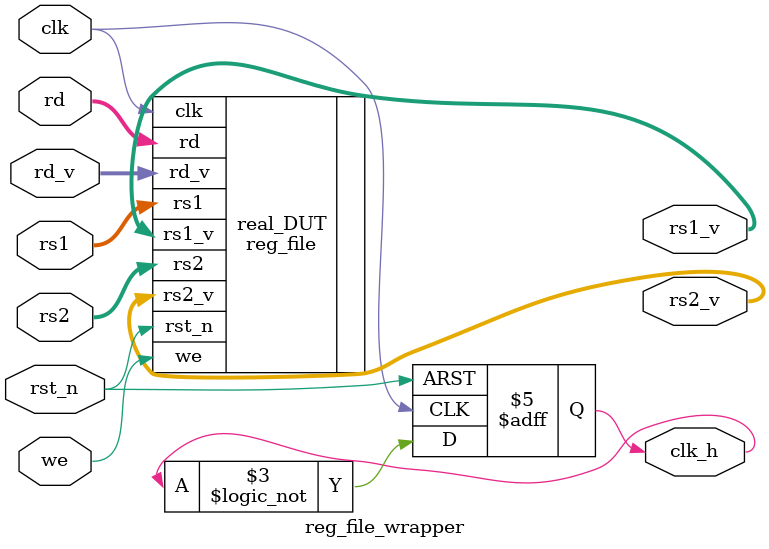
<source format=v>

module reg_file_wrapper(
    rst_n,
    clk,
    rs1,
    rs2,
    rd,
    rs1_v,
    rs2_v,
    rd_v,
    we,
    clk_h
);
    
    input wire        rst_n;
    input wire        clk;
    input wire [4:0]  rs1;
    input wire [4:0]  rs2;
    input wire [4:0]  rd; 
    output wire [31:0] rs1_v;
    output wire [31:0] rs2_v;
    input wire [31:0] rd_v;
    input wire        we;

    output reg clk_h = 1'b0;
    always @(negedge rst_n, posedge clk)
        if (!rst_n) clk_h <= 1'b0;
        else clk_h <= !clk_h;
    
    reg_file real_DUT (
        .rst_n(rst_n),
        .clk(clk),
        .rs1(rs1),
        .rs2(rs2),
        .rd(rd),
        .rs1_v(rs1_v),
        .rs2_v(rs2_v),
        .rd_v(rd_v),
        .we(we)
    );

`ifdef COCOTB_SIM
initial begin
  $dumpfile ("reg_file_wrapper.vcd");
  $dumpvars (0, reg_file_wrapper);
  #1;
end
`endif

endmodule

</source>
